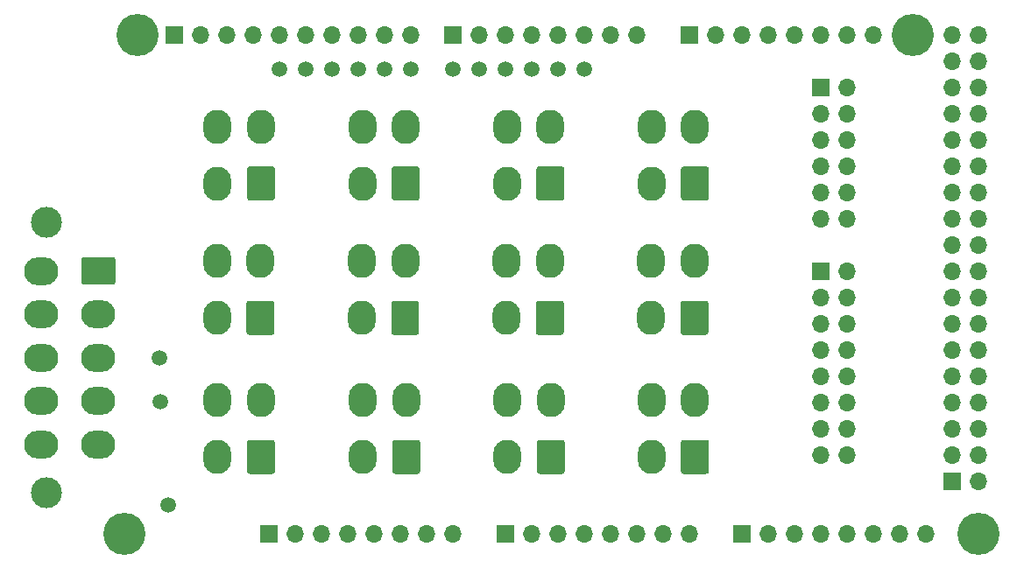
<source format=gbr>
G04 #@! TF.GenerationSoftware,KiCad,Pcbnew,(5.1.6)-1*
G04 #@! TF.CreationDate,2020-12-22T16:43:39+11:00*
G04 #@! TF.ProjectId,ABSIS_Backlight_Controller,41425349-535f-4426-9163-6b6c69676874,rev?*
G04 #@! TF.SameCoordinates,Original*
G04 #@! TF.FileFunction,Soldermask,Top*
G04 #@! TF.FilePolarity,Negative*
%FSLAX46Y46*%
G04 Gerber Fmt 4.6, Leading zero omitted, Abs format (unit mm)*
G04 Created by KiCad (PCBNEW (5.1.6)-1) date 2020-12-22 16:43:39*
%MOMM*%
%LPD*%
G01*
G04 APERTURE LIST*
%ADD10O,2.700000X3.300000*%
%ADD11O,3.300000X2.700000*%
%ADD12C,3.000000*%
%ADD13C,4.064000*%
%ADD14C,1.500000*%
%ADD15R,1.700000X1.700000*%
%ADD16O,1.700000X1.700000*%
G04 APERTURE END LIST*
D10*
X154245000Y-92766000D03*
X158445000Y-92766000D03*
X154245000Y-98266000D03*
G36*
G01*
X159795000Y-96866001D02*
X159795000Y-99665999D01*
G75*
G02*
X159544999Y-99916000I-250001J0D01*
G01*
X157345001Y-99916000D01*
G75*
G02*
X157095000Y-99665999I0J250001D01*
G01*
X157095000Y-96866001D01*
G75*
G02*
X157345001Y-96616000I250001J0D01*
G01*
X159544999Y-96616000D01*
G75*
G02*
X159795000Y-96866001I0J-250001D01*
G01*
G37*
G36*
G01*
X113408001Y-92376000D02*
X116207999Y-92376000D01*
G75*
G02*
X116458000Y-92626001I0J-250001D01*
G01*
X116458000Y-94825999D01*
G75*
G02*
X116207999Y-95076000I-250001J0D01*
G01*
X113408001Y-95076000D01*
G75*
G02*
X113158000Y-94825999I0J250001D01*
G01*
X113158000Y-92626001D01*
G75*
G02*
X113408001Y-92376000I250001J0D01*
G01*
G37*
D11*
X114808000Y-97926000D03*
X114808000Y-102126000D03*
X114808000Y-106326000D03*
X114808000Y-110526000D03*
X109308000Y-93726000D03*
X109308000Y-97926000D03*
X109308000Y-102126000D03*
X109308000Y-106326000D03*
X109308000Y-110526000D03*
D12*
X109768000Y-89026000D03*
X109768000Y-115226000D03*
D13*
X117348000Y-119126000D03*
X199898000Y-119126000D03*
X118618000Y-70866000D03*
X193548000Y-70866000D03*
D14*
X121539000Y-116332000D03*
X120714000Y-102172000D03*
X120777000Y-106362000D03*
D15*
X197358000Y-114046000D03*
D16*
X199898000Y-114046000D03*
X197358000Y-111506000D03*
X199898000Y-111506000D03*
X197358000Y-108966000D03*
X199898000Y-108966000D03*
X197358000Y-106426000D03*
X199898000Y-106426000D03*
X197358000Y-103886000D03*
X199898000Y-103886000D03*
X197358000Y-101346000D03*
X199898000Y-101346000D03*
X197358000Y-98806000D03*
X199898000Y-98806000D03*
X197358000Y-96266000D03*
X199898000Y-96266000D03*
X197358000Y-93726000D03*
X199898000Y-93726000D03*
X197358000Y-91186000D03*
X199898000Y-91186000D03*
X197358000Y-88646000D03*
X199898000Y-88646000D03*
X197358000Y-86106000D03*
X199898000Y-86106000D03*
X197358000Y-83566000D03*
X199898000Y-83566000D03*
X197358000Y-81026000D03*
X199898000Y-81026000D03*
X197358000Y-78486000D03*
X199898000Y-78486000D03*
X197358000Y-75946000D03*
X199898000Y-75946000D03*
X197358000Y-73406000D03*
X199898000Y-73406000D03*
X197358000Y-70866000D03*
X199898000Y-70866000D03*
D15*
X131318000Y-119126000D03*
D16*
X133858000Y-119126000D03*
X136398000Y-119126000D03*
X138938000Y-119126000D03*
X141478000Y-119126000D03*
X144018000Y-119126000D03*
X146558000Y-119126000D03*
X149098000Y-119126000D03*
D15*
X154178000Y-119126000D03*
D16*
X156718000Y-119126000D03*
X159258000Y-119126000D03*
X161798000Y-119126000D03*
X164338000Y-119126000D03*
X166878000Y-119126000D03*
X169418000Y-119126000D03*
X171958000Y-119126000D03*
D15*
X177038000Y-119126000D03*
D16*
X179578000Y-119126000D03*
X182118000Y-119126000D03*
X184658000Y-119126000D03*
X187198000Y-119126000D03*
X189738000Y-119126000D03*
X192278000Y-119126000D03*
X194818000Y-119126000D03*
D15*
X122174000Y-70866000D03*
D16*
X124714000Y-70866000D03*
X127254000Y-70866000D03*
X129794000Y-70866000D03*
X132334000Y-70866000D03*
X134874000Y-70866000D03*
X137414000Y-70866000D03*
X139954000Y-70866000D03*
X142494000Y-70866000D03*
X145034000Y-70866000D03*
X166878000Y-70866000D03*
X164338000Y-70866000D03*
X161798000Y-70866000D03*
X159258000Y-70866000D03*
X156718000Y-70866000D03*
X154178000Y-70866000D03*
X151638000Y-70866000D03*
D15*
X149098000Y-70866000D03*
D16*
X189738000Y-70866000D03*
X187198000Y-70866000D03*
X184658000Y-70866000D03*
X182118000Y-70866000D03*
X179578000Y-70866000D03*
X177038000Y-70866000D03*
X174498000Y-70866000D03*
D15*
X171958000Y-70866000D03*
D14*
X132334000Y-74168000D03*
X134874000Y-74168000D03*
X137414000Y-74168000D03*
X139954000Y-74168000D03*
X142494000Y-74168000D03*
X145034000Y-74168000D03*
X149098000Y-74168000D03*
X151638000Y-74168000D03*
X154178000Y-74168000D03*
X156718000Y-74168000D03*
X159258000Y-74168000D03*
X161798000Y-74168000D03*
D15*
X184658000Y-75946000D03*
D16*
X187198000Y-75946000D03*
X184658000Y-78486000D03*
X187198000Y-78486000D03*
X184658000Y-81026000D03*
X187198000Y-81026000D03*
X184658000Y-83566000D03*
X187198000Y-83566000D03*
X184658000Y-86106000D03*
X187198000Y-86106000D03*
X184658000Y-88646000D03*
X187198000Y-88646000D03*
D15*
X184658000Y-93726000D03*
D16*
X187198000Y-93726000D03*
X184658000Y-96266000D03*
X187198000Y-96266000D03*
X184658000Y-98806000D03*
X187198000Y-98806000D03*
X184658000Y-101346000D03*
X187198000Y-101346000D03*
X184658000Y-103886000D03*
X187198000Y-103886000D03*
X184658000Y-106426000D03*
X187198000Y-106426000D03*
X184658000Y-108966000D03*
X187198000Y-108966000D03*
X184658000Y-111506000D03*
X187198000Y-111506000D03*
G36*
G01*
X131878000Y-83866001D02*
X131878000Y-86665999D01*
G75*
G02*
X131627999Y-86916000I-250001J0D01*
G01*
X129428001Y-86916000D01*
G75*
G02*
X129178000Y-86665999I0J250001D01*
G01*
X129178000Y-83866001D01*
G75*
G02*
X129428001Y-83616000I250001J0D01*
G01*
X131627999Y-83616000D01*
G75*
G02*
X131878000Y-83866001I0J-250001D01*
G01*
G37*
D10*
X126328000Y-85266000D03*
X130528000Y-79766000D03*
X126328000Y-79766000D03*
X126278000Y-92766000D03*
X130478000Y-92766000D03*
X126278000Y-98266000D03*
G36*
G01*
X131828000Y-96866001D02*
X131828000Y-99665999D01*
G75*
G02*
X131577999Y-99916000I-250001J0D01*
G01*
X129378001Y-99916000D01*
G75*
G02*
X129128000Y-99665999I0J250001D01*
G01*
X129128000Y-96866001D01*
G75*
G02*
X129378001Y-96616000I250001J0D01*
G01*
X131577999Y-96616000D01*
G75*
G02*
X131828000Y-96866001I0J-250001D01*
G01*
G37*
G36*
G01*
X131878000Y-110316001D02*
X131878000Y-113115999D01*
G75*
G02*
X131627999Y-113366000I-250001J0D01*
G01*
X129428001Y-113366000D01*
G75*
G02*
X129178000Y-113115999I0J250001D01*
G01*
X129178000Y-110316001D01*
G75*
G02*
X129428001Y-110066000I250001J0D01*
G01*
X131627999Y-110066000D01*
G75*
G02*
X131878000Y-110316001I0J-250001D01*
G01*
G37*
X126328000Y-111716000D03*
X130528000Y-106216000D03*
X126328000Y-106216000D03*
X140311000Y-79766000D03*
X144511000Y-79766000D03*
X140311000Y-85266000D03*
G36*
G01*
X145861000Y-83866001D02*
X145861000Y-86665999D01*
G75*
G02*
X145610999Y-86916000I-250001J0D01*
G01*
X143411001Y-86916000D01*
G75*
G02*
X143161000Y-86665999I0J250001D01*
G01*
X143161000Y-83866001D01*
G75*
G02*
X143411001Y-83616000I250001J0D01*
G01*
X145610999Y-83616000D01*
G75*
G02*
X145861000Y-83866001I0J-250001D01*
G01*
G37*
G36*
G01*
X145811000Y-96866001D02*
X145811000Y-99665999D01*
G75*
G02*
X145560999Y-99916000I-250001J0D01*
G01*
X143361001Y-99916000D01*
G75*
G02*
X143111000Y-99665999I0J250001D01*
G01*
X143111000Y-96866001D01*
G75*
G02*
X143361001Y-96616000I250001J0D01*
G01*
X145560999Y-96616000D01*
G75*
G02*
X145811000Y-96866001I0J-250001D01*
G01*
G37*
X140261000Y-98266000D03*
X144461000Y-92766000D03*
X140261000Y-92766000D03*
X140378000Y-106216000D03*
X144578000Y-106216000D03*
X140378000Y-111716000D03*
G36*
G01*
X145928000Y-110316001D02*
X145928000Y-113115999D01*
G75*
G02*
X145677999Y-113366000I-250001J0D01*
G01*
X143478001Y-113366000D01*
G75*
G02*
X143228000Y-113115999I0J250001D01*
G01*
X143228000Y-110316001D01*
G75*
G02*
X143478001Y-110066000I250001J0D01*
G01*
X145677999Y-110066000D01*
G75*
G02*
X145928000Y-110316001I0J-250001D01*
G01*
G37*
G36*
G01*
X159845000Y-83866001D02*
X159845000Y-86665999D01*
G75*
G02*
X159594999Y-86916000I-250001J0D01*
G01*
X157395001Y-86916000D01*
G75*
G02*
X157145000Y-86665999I0J250001D01*
G01*
X157145000Y-83866001D01*
G75*
G02*
X157395001Y-83616000I250001J0D01*
G01*
X159594999Y-83616000D01*
G75*
G02*
X159845000Y-83866001I0J-250001D01*
G01*
G37*
X154295000Y-85266000D03*
X158495000Y-79766000D03*
X154295000Y-79766000D03*
G36*
G01*
X159878000Y-110316001D02*
X159878000Y-113115999D01*
G75*
G02*
X159627999Y-113366000I-250001J0D01*
G01*
X157428001Y-113366000D01*
G75*
G02*
X157178000Y-113115999I0J250001D01*
G01*
X157178000Y-110316001D01*
G75*
G02*
X157428001Y-110066000I250001J0D01*
G01*
X159627999Y-110066000D01*
G75*
G02*
X159878000Y-110316001I0J-250001D01*
G01*
G37*
X154328000Y-111716000D03*
X158528000Y-106216000D03*
X154328000Y-106216000D03*
X168278000Y-79766000D03*
X172478000Y-79766000D03*
X168278000Y-85266000D03*
G36*
G01*
X173828000Y-83866001D02*
X173828000Y-86665999D01*
G75*
G02*
X173577999Y-86916000I-250001J0D01*
G01*
X171378001Y-86916000D01*
G75*
G02*
X171128000Y-86665999I0J250001D01*
G01*
X171128000Y-83866001D01*
G75*
G02*
X171378001Y-83616000I250001J0D01*
G01*
X173577999Y-83616000D01*
G75*
G02*
X173828000Y-83866001I0J-250001D01*
G01*
G37*
G36*
G01*
X173778000Y-96866001D02*
X173778000Y-99665999D01*
G75*
G02*
X173527999Y-99916000I-250001J0D01*
G01*
X171328001Y-99916000D01*
G75*
G02*
X171078000Y-99665999I0J250001D01*
G01*
X171078000Y-96866001D01*
G75*
G02*
X171328001Y-96616000I250001J0D01*
G01*
X173527999Y-96616000D01*
G75*
G02*
X173778000Y-96866001I0J-250001D01*
G01*
G37*
X168228000Y-98266000D03*
X172428000Y-92766000D03*
X168228000Y-92766000D03*
X168278000Y-106216000D03*
X172478000Y-106216000D03*
X168278000Y-111716000D03*
G36*
G01*
X173828000Y-110316001D02*
X173828000Y-113115999D01*
G75*
G02*
X173577999Y-113366000I-250001J0D01*
G01*
X171378001Y-113366000D01*
G75*
G02*
X171128000Y-113115999I0J250001D01*
G01*
X171128000Y-110316001D01*
G75*
G02*
X171378001Y-110066000I250001J0D01*
G01*
X173577999Y-110066000D01*
G75*
G02*
X173828000Y-110316001I0J-250001D01*
G01*
G37*
M02*

</source>
